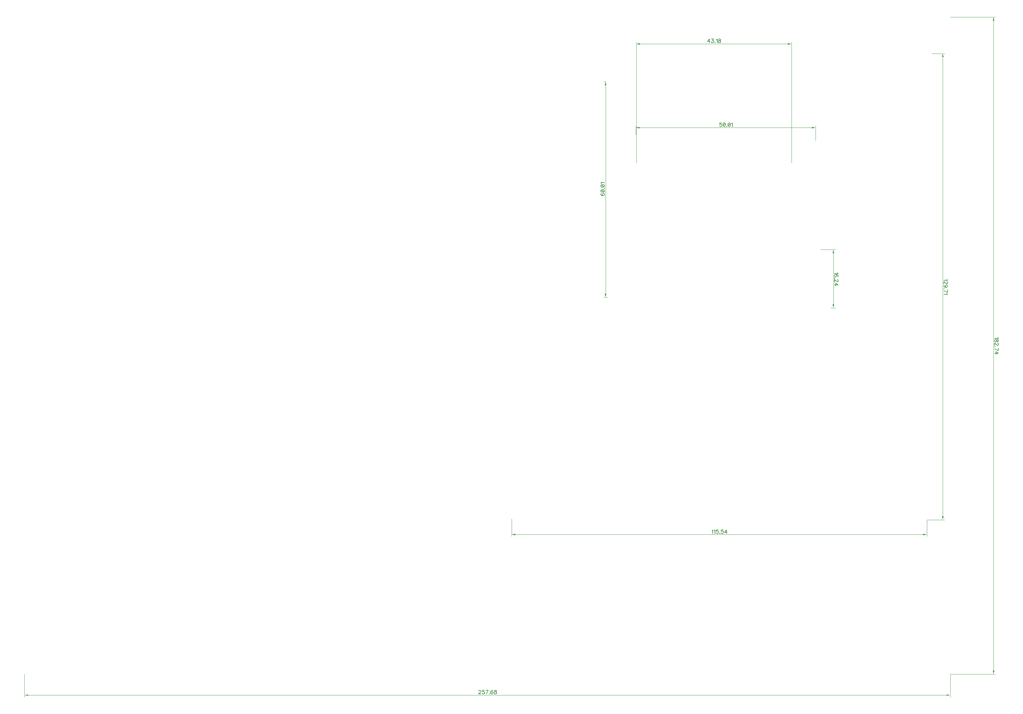
<source format=gbr>
G04 DipTrace 3.0.0.1*
G04 TopDimension.gbr*
%MOIN*%
G04 #@! TF.FileFunction,Drawing,Top*
G04 #@! TF.Part,Single*
%ADD14C,0.001378*%
%ADD107C,0.006176*%
%FSLAX26Y26*%
G04*
G70*
G90*
G75*
G01*
G04 TopDimension*
%LPD*%
X10576020Y393701D2*
D14*
Y142741D1*
X431205Y393701D2*
Y142741D1*
X5503612Y162427D2*
X10536650D1*
G36*
X10576020D2*
X10536650Y154552D1*
Y170301D1*
X10576020Y162427D1*
G37*
X5503612D2*
D14*
X470575D1*
G36*
X431205D2*
X470575Y170301D1*
Y154552D1*
X431205Y162427D1*
G37*
X7131025Y6301576D2*
D14*
Y6397444D1*
X9099776Y6239076D2*
Y6397444D1*
X8115400Y6377759D2*
X7170395D1*
G36*
X7131025D2*
X7170395Y6385633D1*
Y6369885D1*
X7131025Y6377759D1*
G37*
X8115400D2*
D14*
X9060406D1*
G36*
X9099776D2*
X9060406Y6369885D1*
Y6385633D1*
X9099776Y6377759D1*
G37*
X6824776Y4520327D2*
D14*
X6780091D1*
X6799776Y6882825D2*
X6780091D1*
X6799776Y5701576D2*
Y4559697D1*
G36*
Y4520327D2*
X6791902Y4559697D1*
X6807650D1*
X6799776Y4520327D1*
G37*
Y5701576D2*
D14*
Y6843455D1*
G36*
Y6882825D2*
X6807650Y6843455D1*
X6791902D1*
X6799776Y6882825D1*
G37*
X7135749Y5991537D2*
D14*
Y7315022D1*
X8835749Y5993316D2*
Y7315022D1*
X7985749Y7295337D2*
X7175119D1*
G36*
X7135749D2*
X7175119Y7303211D1*
Y7287463D1*
X7135749Y7295337D1*
G37*
X7985749D2*
D14*
X8796379D1*
G36*
X8835749D2*
X8796379Y7287463D1*
Y7303211D1*
X8835749Y7295337D1*
G37*
X9158046Y5041605D2*
D14*
X9315556D1*
X9268295Y4402161D2*
X9315556D1*
X9295871Y4721883D2*
Y5002235D1*
G36*
Y5041605D2*
X9303745Y5002235D1*
X9287997D1*
X9295871Y5041605D1*
G37*
Y4721883D2*
D14*
Y4441531D1*
G36*
Y4402161D2*
X9287997Y4441531D1*
X9303745D1*
X9295871Y4402161D1*
G37*
X5771516Y2091008D2*
D14*
Y1901249D1*
X10320244Y2083451D2*
Y1901249D1*
X8045880Y1920934D2*
X5810886D1*
G36*
X5771516D2*
X5810886Y1928808D1*
Y1913060D1*
X5771516Y1920934D1*
G37*
X8045880D2*
D14*
X10280874D1*
G36*
X10320244D2*
X10280874Y1913060D1*
Y1928808D1*
X10320244Y1920934D1*
G37*
X10576020Y7588206D2*
D14*
X11071256D1*
X10576020Y393701D2*
X11071256D1*
X11051571Y3990953D2*
Y7548836D1*
G36*
Y7588206D2*
X11059445Y7548836D1*
X11043697D1*
X11051571Y7588206D1*
G37*
Y3990953D2*
D14*
Y433071D1*
G36*
Y393701D2*
X11043697Y433071D1*
X11059445D1*
X11051571Y393701D1*
G37*
X10372231Y7190287D2*
D14*
X10514446D1*
X10320244Y2083451D2*
X10514446D1*
X10494761Y4636869D2*
Y7150917D1*
G36*
Y7190287D2*
X10502635Y7150917D1*
X10486887D1*
X10494761Y7190287D1*
G37*
Y4636869D2*
D14*
Y2122822D1*
G36*
Y2083451D2*
X10486887Y2122822D1*
X10502635D1*
X10494761Y2083451D1*
G37*
X5409852Y205234D2*
D107*
Y207136D1*
X5411753Y210983D1*
X5413654Y212884D1*
X5417501Y214785D1*
X5425150D1*
X5428953Y212884D1*
X5430854Y210983D1*
X5432800Y207136D1*
Y203333D1*
X5430854Y199486D1*
X5427052Y193783D1*
X5407906Y174637D1*
X5434701D1*
X5470000Y214785D2*
X5450899D1*
X5448998Y197585D1*
X5450899Y199486D1*
X5456647Y201432D1*
X5462351D1*
X5468099Y199486D1*
X5471946Y195684D1*
X5473847Y189936D1*
Y186133D1*
X5471946Y180385D1*
X5468099Y176539D1*
X5462351Y174637D1*
X5456647D1*
X5450899Y176539D1*
X5448998Y178484D1*
X5447052Y182287D1*
X5493848Y174637D2*
X5512993Y214785D1*
X5486198D1*
X5527246Y178484D2*
X5525345Y176539D1*
X5527246Y174637D1*
X5529191Y176539D1*
X5527246Y178484D1*
X5564491Y209081D2*
X5562589Y212884D1*
X5556841Y214785D1*
X5553039D1*
X5547291Y212884D1*
X5543444Y207136D1*
X5541543Y197585D1*
Y188035D1*
X5543444Y180385D1*
X5547291Y176539D1*
X5553039Y174637D1*
X5554940D1*
X5560644Y176539D1*
X5564491Y180385D1*
X5566392Y186133D1*
Y188035D1*
X5564491Y193783D1*
X5560644Y197585D1*
X5554940Y199486D1*
X5553039D1*
X5547291Y197585D1*
X5543444Y193783D1*
X5541543Y188035D1*
X5588294Y214785D2*
X5582590Y212884D1*
X5580645Y209081D1*
Y205234D1*
X5582590Y201432D1*
X5586393Y199486D1*
X5594042Y197585D1*
X5599790Y195684D1*
X5603592Y191837D1*
X5605494Y188035D1*
Y182287D1*
X5603592Y178484D1*
X5601691Y176539D1*
X5595943Y174637D1*
X5588294D1*
X5582590Y176539D1*
X5580645Y178484D1*
X5578743Y182287D1*
Y188035D1*
X5580645Y191837D1*
X5584491Y195684D1*
X5590195Y197585D1*
X5597844Y199486D1*
X5601691Y201432D1*
X5603592Y205234D1*
Y209081D1*
X5601691Y212884D1*
X5595943Y214785D1*
X5588294D1*
X8069820Y6430117D2*
X8050719D1*
X8048818Y6412917D1*
X8050719Y6414818D1*
X8056467Y6416764D1*
X8062171D1*
X8067919Y6414818D1*
X8071766Y6411016D1*
X8073667Y6405268D1*
Y6401465D1*
X8071766Y6395717D1*
X8067919Y6391871D1*
X8062171Y6389969D1*
X8056467D1*
X8050719Y6391871D1*
X8048818Y6393816D1*
X8046873Y6397619D1*
X8097515Y6430117D2*
X8091767Y6428216D1*
X8087920Y6422468D1*
X8086019Y6412917D1*
Y6407169D1*
X8087920Y6397619D1*
X8091767Y6391871D1*
X8097515Y6389969D1*
X8101317D1*
X8107065Y6391871D1*
X8110868Y6397619D1*
X8112813Y6407169D1*
Y6412917D1*
X8110868Y6422468D1*
X8107065Y6428216D1*
X8101317Y6430117D1*
X8097515D1*
X8110868Y6422468D2*
X8087920Y6397619D1*
X8127066Y6393816D2*
X8125165Y6391871D1*
X8127066Y6389969D1*
X8129011Y6391871D1*
X8127066Y6393816D1*
X8152859Y6430117D2*
X8147111Y6428216D1*
X8143264Y6422468D1*
X8141363Y6412917D1*
Y6407169D1*
X8143264Y6397619D1*
X8147111Y6391871D1*
X8152859Y6389969D1*
X8156661D1*
X8162409Y6391871D1*
X8166212Y6397619D1*
X8168157Y6407169D1*
Y6412917D1*
X8166212Y6422468D1*
X8162409Y6428216D1*
X8156661Y6430117D1*
X8152859D1*
X8166212Y6422468D2*
X8143264Y6397619D1*
X8180509Y6422468D2*
X8184356Y6424413D1*
X8190104Y6430117D1*
Y6389969D1*
X6753121Y5656969D2*
X6749318Y5655068D1*
X6747417Y5649320D1*
Y5645517D1*
X6749318Y5639769D1*
X6755066Y5635922D1*
X6764617Y5634021D1*
X6774167D1*
X6781817Y5635922D1*
X6785664Y5639769D1*
X6787565Y5645517D1*
Y5647418D1*
X6785664Y5653122D1*
X6781817Y5656969D1*
X6776069Y5658870D1*
X6774167D1*
X6768419Y5656969D1*
X6764617Y5653122D1*
X6762716Y5647418D1*
Y5645517D1*
X6764617Y5639769D1*
X6768419Y5635922D1*
X6774167Y5634021D1*
X6747417Y5682718D2*
X6749318Y5676970D1*
X6755066Y5673123D1*
X6764617Y5671222D1*
X6770365D1*
X6779916Y5673123D1*
X6785664Y5676970D1*
X6787565Y5682718D1*
Y5686520D1*
X6785664Y5692268D1*
X6779916Y5696071D1*
X6770365Y5698016D1*
X6764617D1*
X6755066Y5696071D1*
X6749318Y5692268D1*
X6747417Y5686520D1*
Y5682718D1*
X6755066Y5696071D2*
X6779916Y5673123D1*
X6783718Y5712269D2*
X6785664Y5710368D1*
X6787565Y5712269D1*
X6785664Y5714215D1*
X6783718Y5712269D1*
X6747417Y5738062D2*
X6749318Y5732314D1*
X6755066Y5728467D1*
X6764617Y5726566D1*
X6770365D1*
X6779916Y5728467D1*
X6785664Y5732314D1*
X6787565Y5738062D1*
Y5741865D1*
X6785664Y5747613D1*
X6779916Y5751415D1*
X6770365Y5753361D1*
X6764617D1*
X6755066Y5751415D1*
X6749318Y5747613D1*
X6747417Y5741865D1*
Y5738062D1*
X6755066Y5751415D2*
X6779916Y5728467D1*
X6755066Y5765712D2*
X6753121Y5769559D1*
X6747417Y5775307D1*
X6787565D1*
X7935438Y7307548D2*
Y7347696D1*
X7916293Y7320945D1*
X7944989D1*
X7961187Y7347696D2*
X7982190D1*
X7970738Y7332397D1*
X7976486D1*
X7980288Y7330496D1*
X7982190Y7328595D1*
X7984135Y7322847D1*
Y7319044D1*
X7982190Y7313296D1*
X7978387Y7309449D1*
X7972639Y7307548D1*
X7966891D1*
X7961187Y7309449D1*
X7959286Y7311395D1*
X7957340Y7315197D1*
X7998388Y7311395D2*
X7996486Y7309449D1*
X7998388Y7307548D1*
X8000333Y7309449D1*
X7998388Y7311395D1*
X8012685Y7340047D2*
X8016531Y7341992D1*
X8022279Y7347696D1*
Y7307548D1*
X8044181Y7347696D2*
X8038478Y7345795D1*
X8036532Y7341992D1*
Y7338145D1*
X8038478Y7334343D1*
X8042280Y7332397D1*
X8049929Y7330496D1*
X8055677Y7328595D1*
X8059480Y7324748D1*
X8061381Y7320945D1*
Y7315197D1*
X8059480Y7311395D1*
X8057579Y7309449D1*
X8051831Y7307548D1*
X8044181D1*
X8038478Y7309449D1*
X8036532Y7311395D1*
X8034631Y7315197D1*
Y7320945D1*
X8036532Y7324748D1*
X8040379Y7328595D1*
X8046083Y7330496D1*
X8053732Y7332397D1*
X8057579Y7334343D1*
X8059480Y7338145D1*
Y7341992D1*
X8057579Y7345795D1*
X8051831Y7347696D1*
X8044181D1*
X9340581Y4790389D2*
X9342526Y4786542D1*
X9348230Y4780794D1*
X9308082D1*
X9342526Y4745495D2*
X9346329Y4747396D1*
X9348230Y4753144D1*
Y4756947D1*
X9346329Y4762695D1*
X9340581Y4766541D1*
X9331030Y4768443D1*
X9321479D1*
X9313830Y4766541D1*
X9309983Y4762695D1*
X9308082Y4756947D1*
Y4755045D1*
X9309983Y4749341D1*
X9313830Y4745495D1*
X9319578Y4743593D1*
X9321479D1*
X9327228Y4745495D1*
X9331030Y4749341D1*
X9332931Y4755045D1*
Y4756947D1*
X9331030Y4762695D1*
X9327228Y4766541D1*
X9321479Y4768443D1*
X9311929Y4729341D2*
X9309983Y4731242D1*
X9308082Y4729341D1*
X9309983Y4727395D1*
X9311929Y4729341D1*
X9338679Y4713098D2*
X9340581D1*
X9344427Y4711197D1*
X9346329Y4709296D1*
X9348230Y4705449D1*
Y4697800D1*
X9346329Y4693997D1*
X9344427Y4692096D1*
X9340581Y4690150D1*
X9336778D1*
X9332931Y4692096D1*
X9327228Y4695899D1*
X9308082Y4715044D1*
Y4688249D1*
Y4656752D2*
X9348230D1*
X9321479Y4675898D1*
Y4647202D1*
X7965428Y1965644D2*
X7969275Y1967589D1*
X7975023Y1973293D1*
Y1933145D1*
X7987375Y1965644D2*
X7991221Y1967589D1*
X7996969Y1973293D1*
Y1933145D1*
X8032269Y1973293D2*
X8013168D1*
X8011266Y1956093D1*
X8013168Y1957994D1*
X8018916Y1959940D1*
X8024619D1*
X8030367Y1957994D1*
X8034214Y1954192D1*
X8036116Y1948444D1*
Y1944641D1*
X8034214Y1938893D1*
X8030367Y1935046D1*
X8024619Y1933145D1*
X8018916D1*
X8013168Y1935046D1*
X8011266Y1936992D1*
X8009321Y1940794D1*
X8050368Y1936992D2*
X8048467Y1935046D1*
X8050368Y1933145D1*
X8052314Y1935046D1*
X8050368Y1936992D1*
X8087613Y1973293D2*
X8068512D1*
X8066611Y1956093D1*
X8068512Y1957994D1*
X8074260Y1959940D1*
X8079964D1*
X8085712Y1957994D1*
X8089558Y1954192D1*
X8091460Y1948444D1*
Y1944641D1*
X8089558Y1938893D1*
X8085712Y1935046D1*
X8079964Y1933145D1*
X8074260D1*
X8068512Y1935046D1*
X8066611Y1936992D1*
X8064665Y1940794D1*
X8122956Y1933145D2*
Y1973293D1*
X8103811Y1946542D1*
X8132507D1*
X11096280Y4079983D2*
X11098226Y4076136D1*
X11103929Y4070388D1*
X11063782D1*
X11103929Y4048486D2*
X11102028Y4054190D1*
X11098226Y4056135D1*
X11094379D1*
X11090576Y4054190D1*
X11088631Y4050387D1*
X11086730Y4042738D1*
X11084828Y4036990D1*
X11080982Y4033187D1*
X11077179Y4031286D1*
X11071431D1*
X11067628Y4033187D1*
X11065683Y4035089D1*
X11063782Y4040837D1*
Y4048486D1*
X11065683Y4054190D1*
X11067628Y4056135D1*
X11071431Y4058037D1*
X11077179D1*
X11080982Y4056135D1*
X11084828Y4052288D1*
X11086730Y4046585D1*
X11088631Y4038935D1*
X11090576Y4035089D1*
X11094379Y4033187D1*
X11098226D1*
X11102028Y4035089D1*
X11103929Y4040837D1*
Y4048486D1*
X11094379Y4016989D2*
X11096280D1*
X11100127Y4015088D1*
X11102028Y4013187D1*
X11103929Y4009340D1*
Y4001691D1*
X11102028Y3997888D1*
X11100127Y3995987D1*
X11096280Y3994041D1*
X11092478D1*
X11088631Y3995987D1*
X11082927Y3999789D1*
X11063782Y4018935D1*
Y3992140D1*
X11067628Y3977887D2*
X11065683Y3979789D1*
X11063782Y3977887D1*
X11065683Y3975942D1*
X11067628Y3977887D1*
X11063782Y3955941D2*
X11103929Y3936796D1*
Y3963590D1*
X11063782Y3905299D2*
X11103929D1*
X11077179Y3924444D1*
Y3895748D1*
X10539470Y4715420D2*
X10541416Y4711573D1*
X10547120Y4705825D1*
X10506972D1*
X10537569Y4691528D2*
X10539470D1*
X10543317Y4689627D1*
X10545218Y4687725D1*
X10547120Y4683879D1*
Y4676229D1*
X10545218Y4672427D1*
X10543317Y4670526D1*
X10539470Y4668580D1*
X10535668D1*
X10531821Y4670526D1*
X10526117Y4674328D1*
X10506972Y4693473D1*
Y4666679D1*
X10533767Y4629434D2*
X10528019Y4631379D1*
X10524172Y4635182D1*
X10522271Y4640930D1*
Y4642831D1*
X10524172Y4648579D1*
X10528019Y4652382D1*
X10533767Y4654327D1*
X10535668D1*
X10541416Y4652382D1*
X10545218Y4648579D1*
X10547120Y4642831D1*
Y4640930D1*
X10545218Y4635182D1*
X10541416Y4631379D1*
X10533767Y4629434D1*
X10524172D1*
X10514621Y4631379D1*
X10508873Y4635182D1*
X10506972Y4640930D1*
Y4644733D1*
X10508873Y4650481D1*
X10512720Y4652382D1*
X10510819Y4615181D2*
X10508873Y4617083D1*
X10506972Y4615181D1*
X10508873Y4613236D1*
X10510819Y4615181D1*
X10506972Y4593235D2*
X10547120Y4574090D1*
Y4600884D1*
X10539470Y4561738D2*
X10541416Y4557892D1*
X10547120Y4552144D1*
X10506972D1*
M02*

</source>
